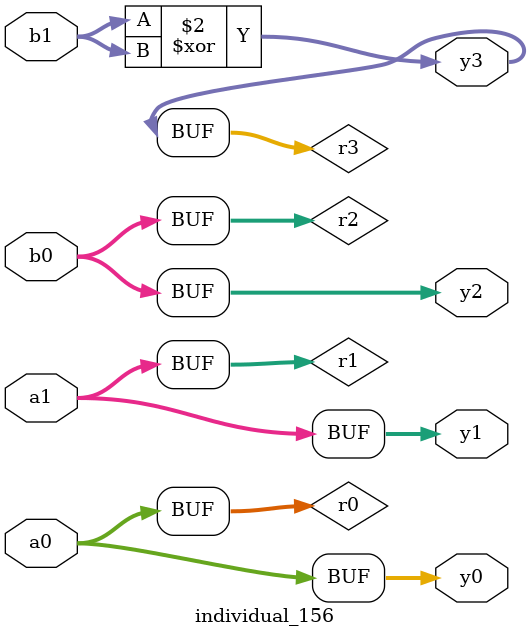
<source format=sv>
module individual_156(input logic [15:0] a1, input logic [15:0] a0, input logic [15:0] b1, input logic [15:0] b0, output logic [15:0] y3, output logic [15:0] y2, output logic [15:0] y1, output logic [15:0] y0);
logic [15:0] r0, r1, r2, r3; 
 always@(*) begin 
	 r0 = a0; r1 = a1; r2 = b0; r3 = b1; 
 	 r3  ^=  r3 ;
 	 y3 = r3; y2 = r2; y1 = r1; y0 = r0; 
end
endmodule
</source>
